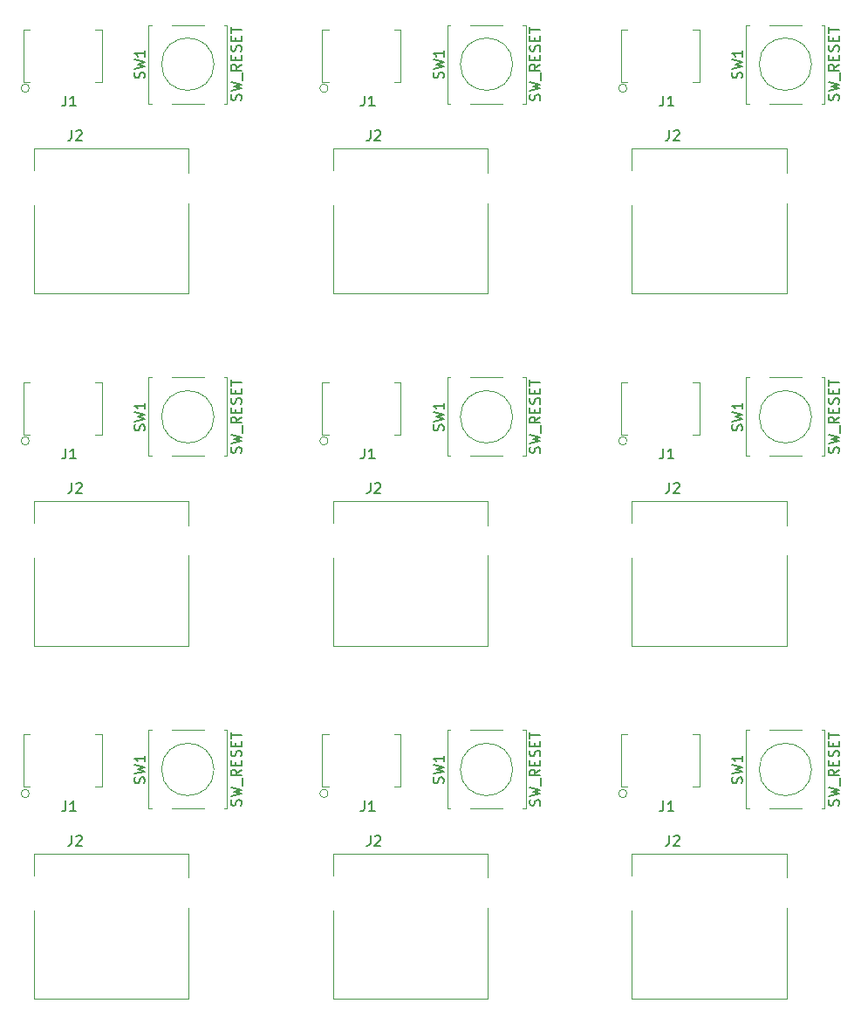
<source format=gto>
G04 #@! TF.GenerationSoftware,KiCad,Pcbnew,(5.0.1)-4*
G04 #@! TF.CreationDate,2019-01-31T17:22:40-08:00*
G04 #@! TF.ProjectId,programing_adapter,70726F6772616D696E675F6164617074,rev?*
G04 #@! TF.SameCoordinates,Original*
G04 #@! TF.FileFunction,Legend,Top*
G04 #@! TF.FilePolarity,Positive*
%FSLAX46Y46*%
G04 Gerber Fmt 4.6, Leading zero omitted, Abs format (unit mm)*
G04 Created by KiCad (PCBNEW (5.0.1)-4) date 1/31/2019 5:22:40 PM*
%MOMM*%
%LPD*%
G01*
G04 APERTURE LIST*
%ADD10C,0.120000*%
%ADD11C,0.100000*%
%ADD12C,0.150000*%
G04 APERTURE END LIST*
D10*
G04 #@! TO.C,SW1*
X194740000Y-153500000D02*
X194740000Y-145880000D01*
X194740000Y-145880000D02*
X195040000Y-145880000D01*
X202360000Y-145880000D02*
X202360000Y-153500000D01*
X194740000Y-153500000D02*
X195040000Y-153500000D01*
X196980000Y-145880000D02*
X200120000Y-145880000D01*
X196980000Y-153500000D02*
X200120000Y-153500000D01*
X202060000Y-145880000D02*
X202360000Y-145880000D01*
X202060000Y-153500000D02*
X202360000Y-153500000D01*
X201090000Y-149690000D02*
G75*
G03X201090000Y-149690000I-2540000J0D01*
G01*
X165740000Y-153500000D02*
X165740000Y-145880000D01*
X165740000Y-145880000D02*
X166040000Y-145880000D01*
X173360000Y-145880000D02*
X173360000Y-153500000D01*
X165740000Y-153500000D02*
X166040000Y-153500000D01*
X167980000Y-145880000D02*
X171120000Y-145880000D01*
X167980000Y-153500000D02*
X171120000Y-153500000D01*
X173060000Y-145880000D02*
X173360000Y-145880000D01*
X173060000Y-153500000D02*
X173360000Y-153500000D01*
X172090000Y-149690000D02*
G75*
G03X172090000Y-149690000I-2540000J0D01*
G01*
X136740000Y-153500000D02*
X136740000Y-145880000D01*
X136740000Y-145880000D02*
X137040000Y-145880000D01*
X144360000Y-145880000D02*
X144360000Y-153500000D01*
X136740000Y-153500000D02*
X137040000Y-153500000D01*
X138980000Y-145880000D02*
X142120000Y-145880000D01*
X138980000Y-153500000D02*
X142120000Y-153500000D01*
X144060000Y-145880000D02*
X144360000Y-145880000D01*
X144060000Y-153500000D02*
X144360000Y-153500000D01*
X143090000Y-149690000D02*
G75*
G03X143090000Y-149690000I-2540000J0D01*
G01*
X194740000Y-119300000D02*
X194740000Y-111680000D01*
X194740000Y-111680000D02*
X195040000Y-111680000D01*
X202360000Y-111680000D02*
X202360000Y-119300000D01*
X194740000Y-119300000D02*
X195040000Y-119300000D01*
X196980000Y-111680000D02*
X200120000Y-111680000D01*
X196980000Y-119300000D02*
X200120000Y-119300000D01*
X202060000Y-111680000D02*
X202360000Y-111680000D01*
X202060000Y-119300000D02*
X202360000Y-119300000D01*
X201090000Y-115490000D02*
G75*
G03X201090000Y-115490000I-2540000J0D01*
G01*
X165740000Y-119300000D02*
X165740000Y-111680000D01*
X165740000Y-111680000D02*
X166040000Y-111680000D01*
X173360000Y-111680000D02*
X173360000Y-119300000D01*
X165740000Y-119300000D02*
X166040000Y-119300000D01*
X167980000Y-111680000D02*
X171120000Y-111680000D01*
X167980000Y-119300000D02*
X171120000Y-119300000D01*
X173060000Y-111680000D02*
X173360000Y-111680000D01*
X173060000Y-119300000D02*
X173360000Y-119300000D01*
X172090000Y-115490000D02*
G75*
G03X172090000Y-115490000I-2540000J0D01*
G01*
X136740000Y-119300000D02*
X136740000Y-111680000D01*
X136740000Y-111680000D02*
X137040000Y-111680000D01*
X144360000Y-111680000D02*
X144360000Y-119300000D01*
X136740000Y-119300000D02*
X137040000Y-119300000D01*
X138980000Y-111680000D02*
X142120000Y-111680000D01*
X138980000Y-119300000D02*
X142120000Y-119300000D01*
X144060000Y-111680000D02*
X144360000Y-111680000D01*
X144060000Y-119300000D02*
X144360000Y-119300000D01*
X143090000Y-115490000D02*
G75*
G03X143090000Y-115490000I-2540000J0D01*
G01*
X194740000Y-85100000D02*
X194740000Y-77480000D01*
X194740000Y-77480000D02*
X195040000Y-77480000D01*
X202360000Y-77480000D02*
X202360000Y-85100000D01*
X194740000Y-85100000D02*
X195040000Y-85100000D01*
X196980000Y-77480000D02*
X200120000Y-77480000D01*
X196980000Y-85100000D02*
X200120000Y-85100000D01*
X202060000Y-77480000D02*
X202360000Y-77480000D01*
X202060000Y-85100000D02*
X202360000Y-85100000D01*
X201090000Y-81290000D02*
G75*
G03X201090000Y-81290000I-2540000J0D01*
G01*
X165740000Y-85100000D02*
X165740000Y-77480000D01*
X165740000Y-77480000D02*
X166040000Y-77480000D01*
X173360000Y-77480000D02*
X173360000Y-85100000D01*
X165740000Y-85100000D02*
X166040000Y-85100000D01*
X167980000Y-77480000D02*
X171120000Y-77480000D01*
X167980000Y-85100000D02*
X171120000Y-85100000D01*
X173060000Y-77480000D02*
X173360000Y-77480000D01*
X173060000Y-85100000D02*
X173360000Y-85100000D01*
X172090000Y-81290000D02*
G75*
G03X172090000Y-81290000I-2540000J0D01*
G01*
G04 #@! TO.C,J2*
X198655001Y-157865001D02*
X198655001Y-160195001D01*
X183665001Y-157865001D02*
X183665001Y-159985001D01*
X198655001Y-157865001D02*
X183665001Y-157865001D01*
X198655001Y-171955001D02*
X183665001Y-171955001D01*
X198655001Y-163155001D02*
X198655001Y-171955001D01*
X183665001Y-163355001D02*
X183665001Y-171955001D01*
X169655001Y-157865001D02*
X169655001Y-160195001D01*
X154665001Y-157865001D02*
X154665001Y-159985001D01*
X169655001Y-157865001D02*
X154665001Y-157865001D01*
X169655001Y-171955001D02*
X154665001Y-171955001D01*
X169655001Y-163155001D02*
X169655001Y-171955001D01*
X154665001Y-163355001D02*
X154665001Y-171955001D01*
X140655001Y-157865001D02*
X140655001Y-160195001D01*
X125665001Y-157865001D02*
X125665001Y-159985001D01*
X140655001Y-157865001D02*
X125665001Y-157865001D01*
X140655001Y-171955001D02*
X125665001Y-171955001D01*
X140655001Y-163155001D02*
X140655001Y-171955001D01*
X125665001Y-163355001D02*
X125665001Y-171955001D01*
X198655001Y-123665001D02*
X198655001Y-125995001D01*
X183665001Y-123665001D02*
X183665001Y-125785001D01*
X198655001Y-123665001D02*
X183665001Y-123665001D01*
X198655001Y-137755001D02*
X183665001Y-137755001D01*
X198655001Y-128955001D02*
X198655001Y-137755001D01*
X183665001Y-129155001D02*
X183665001Y-137755001D01*
X169655001Y-123665001D02*
X169655001Y-125995001D01*
X154665001Y-123665001D02*
X154665001Y-125785001D01*
X169655001Y-123665001D02*
X154665001Y-123665001D01*
X169655001Y-137755001D02*
X154665001Y-137755001D01*
X169655001Y-128955001D02*
X169655001Y-137755001D01*
X154665001Y-129155001D02*
X154665001Y-137755001D01*
X140655001Y-123665001D02*
X140655001Y-125995001D01*
X125665001Y-123665001D02*
X125665001Y-125785001D01*
X140655001Y-123665001D02*
X125665001Y-123665001D01*
X140655001Y-137755001D02*
X125665001Y-137755001D01*
X140655001Y-128955001D02*
X140655001Y-137755001D01*
X125665001Y-129155001D02*
X125665001Y-137755001D01*
X198655001Y-89465001D02*
X198655001Y-91795001D01*
X183665001Y-89465001D02*
X183665001Y-91585001D01*
X198655001Y-89465001D02*
X183665001Y-89465001D01*
X198655001Y-103555001D02*
X183665001Y-103555001D01*
X198655001Y-94755001D02*
X198655001Y-103555001D01*
X183665001Y-94955001D02*
X183665001Y-103555001D01*
X169655001Y-89465001D02*
X169655001Y-91795001D01*
X154665001Y-89465001D02*
X154665001Y-91585001D01*
X169655001Y-89465001D02*
X154665001Y-89465001D01*
X169655001Y-103555001D02*
X154665001Y-103555001D01*
X169655001Y-94755001D02*
X169655001Y-103555001D01*
X154665001Y-94955001D02*
X154665001Y-103555001D01*
D11*
G04 #@! TO.C,J1*
X183171609Y-152022000D02*
G75*
G03X183171609Y-152022000I-401609J0D01*
G01*
X182600000Y-151390000D02*
X183235000Y-151390000D01*
X182600000Y-146310000D02*
X182600000Y-151390000D01*
X183235000Y-146310000D02*
X182600000Y-146310000D01*
X190220000Y-146310000D02*
X189585000Y-146310000D01*
X190220000Y-151390000D02*
X190220000Y-146310000D01*
X189585000Y-151390000D02*
X190220000Y-151390000D01*
X154171609Y-152022000D02*
G75*
G03X154171609Y-152022000I-401609J0D01*
G01*
X153600000Y-151390000D02*
X154235000Y-151390000D01*
X153600000Y-146310000D02*
X153600000Y-151390000D01*
X154235000Y-146310000D02*
X153600000Y-146310000D01*
X161220000Y-146310000D02*
X160585000Y-146310000D01*
X161220000Y-151390000D02*
X161220000Y-146310000D01*
X160585000Y-151390000D02*
X161220000Y-151390000D01*
X125171609Y-152022000D02*
G75*
G03X125171609Y-152022000I-401609J0D01*
G01*
X124600000Y-151390000D02*
X125235000Y-151390000D01*
X124600000Y-146310000D02*
X124600000Y-151390000D01*
X125235000Y-146310000D02*
X124600000Y-146310000D01*
X132220000Y-146310000D02*
X131585000Y-146310000D01*
X132220000Y-151390000D02*
X132220000Y-146310000D01*
X131585000Y-151390000D02*
X132220000Y-151390000D01*
X183171609Y-117822000D02*
G75*
G03X183171609Y-117822000I-401609J0D01*
G01*
X182600000Y-117190000D02*
X183235000Y-117190000D01*
X182600000Y-112110000D02*
X182600000Y-117190000D01*
X183235000Y-112110000D02*
X182600000Y-112110000D01*
X190220000Y-112110000D02*
X189585000Y-112110000D01*
X190220000Y-117190000D02*
X190220000Y-112110000D01*
X189585000Y-117190000D02*
X190220000Y-117190000D01*
X154171609Y-117822000D02*
G75*
G03X154171609Y-117822000I-401609J0D01*
G01*
X153600000Y-117190000D02*
X154235000Y-117190000D01*
X153600000Y-112110000D02*
X153600000Y-117190000D01*
X154235000Y-112110000D02*
X153600000Y-112110000D01*
X161220000Y-112110000D02*
X160585000Y-112110000D01*
X161220000Y-117190000D02*
X161220000Y-112110000D01*
X160585000Y-117190000D02*
X161220000Y-117190000D01*
X125171609Y-117822000D02*
G75*
G03X125171609Y-117822000I-401609J0D01*
G01*
X124600000Y-117190000D02*
X125235000Y-117190000D01*
X124600000Y-112110000D02*
X124600000Y-117190000D01*
X125235000Y-112110000D02*
X124600000Y-112110000D01*
X132220000Y-112110000D02*
X131585000Y-112110000D01*
X132220000Y-117190000D02*
X132220000Y-112110000D01*
X131585000Y-117190000D02*
X132220000Y-117190000D01*
X183171609Y-83622000D02*
G75*
G03X183171609Y-83622000I-401609J0D01*
G01*
X182600000Y-82990000D02*
X183235000Y-82990000D01*
X182600000Y-77910000D02*
X182600000Y-82990000D01*
X183235000Y-77910000D02*
X182600000Y-77910000D01*
X190220000Y-77910000D02*
X189585000Y-77910000D01*
X190220000Y-82990000D02*
X190220000Y-77910000D01*
X189585000Y-82990000D02*
X190220000Y-82990000D01*
X154171609Y-83622000D02*
G75*
G03X154171609Y-83622000I-401609J0D01*
G01*
X153600000Y-82990000D02*
X154235000Y-82990000D01*
X153600000Y-77910000D02*
X153600000Y-82990000D01*
X154235000Y-77910000D02*
X153600000Y-77910000D01*
X161220000Y-77910000D02*
X160585000Y-77910000D01*
X161220000Y-82990000D02*
X161220000Y-77910000D01*
X160585000Y-82990000D02*
X161220000Y-82990000D01*
X131585000Y-82990000D02*
X132220000Y-82990000D01*
X132220000Y-82990000D02*
X132220000Y-77910000D01*
X132220000Y-77910000D02*
X131585000Y-77910000D01*
X125235000Y-77910000D02*
X124600000Y-77910000D01*
X124600000Y-77910000D02*
X124600000Y-82990000D01*
X124600000Y-82990000D02*
X125235000Y-82990000D01*
X125171609Y-83622000D02*
G75*
G03X125171609Y-83622000I-401609J0D01*
G01*
D10*
G04 #@! TO.C,J2*
X125665001Y-94955001D02*
X125665001Y-103555001D01*
X140655001Y-94755001D02*
X140655001Y-103555001D01*
X140655001Y-103555001D02*
X125665001Y-103555001D01*
X140655001Y-89465001D02*
X125665001Y-89465001D01*
X125665001Y-89465001D02*
X125665001Y-91585001D01*
X140655001Y-89465001D02*
X140655001Y-91795001D01*
G04 #@! TO.C,SW1*
X143090000Y-81290000D02*
G75*
G03X143090000Y-81290000I-2540000J0D01*
G01*
X144060000Y-85100000D02*
X144360000Y-85100000D01*
X144060000Y-77480000D02*
X144360000Y-77480000D01*
X138980000Y-85100000D02*
X142120000Y-85100000D01*
X138980000Y-77480000D02*
X142120000Y-77480000D01*
X136740000Y-85100000D02*
X137040000Y-85100000D01*
X144360000Y-77480000D02*
X144360000Y-85100000D01*
X136740000Y-77480000D02*
X137040000Y-77480000D01*
X136740000Y-85100000D02*
X136740000Y-77480000D01*
D12*
X194334761Y-151023333D02*
X194382380Y-150880476D01*
X194382380Y-150642380D01*
X194334761Y-150547142D01*
X194287142Y-150499523D01*
X194191904Y-150451904D01*
X194096666Y-150451904D01*
X194001428Y-150499523D01*
X193953809Y-150547142D01*
X193906190Y-150642380D01*
X193858571Y-150832857D01*
X193810952Y-150928095D01*
X193763333Y-150975714D01*
X193668095Y-151023333D01*
X193572857Y-151023333D01*
X193477619Y-150975714D01*
X193430000Y-150928095D01*
X193382380Y-150832857D01*
X193382380Y-150594761D01*
X193430000Y-150451904D01*
X193382380Y-150118571D02*
X194382380Y-149880476D01*
X193668095Y-149690000D01*
X194382380Y-149499523D01*
X193382380Y-149261428D01*
X194382380Y-148356666D02*
X194382380Y-148928095D01*
X194382380Y-148642380D02*
X193382380Y-148642380D01*
X193525238Y-148737619D01*
X193620476Y-148832857D01*
X193668095Y-148928095D01*
X203694761Y-153190000D02*
X203742380Y-153047142D01*
X203742380Y-152809047D01*
X203694761Y-152713809D01*
X203647142Y-152666190D01*
X203551904Y-152618571D01*
X203456666Y-152618571D01*
X203361428Y-152666190D01*
X203313809Y-152713809D01*
X203266190Y-152809047D01*
X203218571Y-152999523D01*
X203170952Y-153094761D01*
X203123333Y-153142380D01*
X203028095Y-153190000D01*
X202932857Y-153190000D01*
X202837619Y-153142380D01*
X202790000Y-153094761D01*
X202742380Y-152999523D01*
X202742380Y-152761428D01*
X202790000Y-152618571D01*
X202742380Y-152285238D02*
X203742380Y-152047142D01*
X203028095Y-151856666D01*
X203742380Y-151666190D01*
X202742380Y-151428095D01*
X203837619Y-151285238D02*
X203837619Y-150523333D01*
X203742380Y-149713809D02*
X203266190Y-150047142D01*
X203742380Y-150285238D02*
X202742380Y-150285238D01*
X202742380Y-149904285D01*
X202790000Y-149809047D01*
X202837619Y-149761428D01*
X202932857Y-149713809D01*
X203075714Y-149713809D01*
X203170952Y-149761428D01*
X203218571Y-149809047D01*
X203266190Y-149904285D01*
X203266190Y-150285238D01*
X203218571Y-149285238D02*
X203218571Y-148951904D01*
X203742380Y-148809047D02*
X203742380Y-149285238D01*
X202742380Y-149285238D01*
X202742380Y-148809047D01*
X203694761Y-148428095D02*
X203742380Y-148285238D01*
X203742380Y-148047142D01*
X203694761Y-147951904D01*
X203647142Y-147904285D01*
X203551904Y-147856666D01*
X203456666Y-147856666D01*
X203361428Y-147904285D01*
X203313809Y-147951904D01*
X203266190Y-148047142D01*
X203218571Y-148237619D01*
X203170952Y-148332857D01*
X203123333Y-148380476D01*
X203028095Y-148428095D01*
X202932857Y-148428095D01*
X202837619Y-148380476D01*
X202790000Y-148332857D01*
X202742380Y-148237619D01*
X202742380Y-147999523D01*
X202790000Y-147856666D01*
X203218571Y-147428095D02*
X203218571Y-147094761D01*
X203742380Y-146951904D02*
X203742380Y-147428095D01*
X202742380Y-147428095D01*
X202742380Y-146951904D01*
X202742380Y-146666190D02*
X202742380Y-146094761D01*
X203742380Y-146380476D02*
X202742380Y-146380476D01*
X165334761Y-151023333D02*
X165382380Y-150880476D01*
X165382380Y-150642380D01*
X165334761Y-150547142D01*
X165287142Y-150499523D01*
X165191904Y-150451904D01*
X165096666Y-150451904D01*
X165001428Y-150499523D01*
X164953809Y-150547142D01*
X164906190Y-150642380D01*
X164858571Y-150832857D01*
X164810952Y-150928095D01*
X164763333Y-150975714D01*
X164668095Y-151023333D01*
X164572857Y-151023333D01*
X164477619Y-150975714D01*
X164430000Y-150928095D01*
X164382380Y-150832857D01*
X164382380Y-150594761D01*
X164430000Y-150451904D01*
X164382380Y-150118571D02*
X165382380Y-149880476D01*
X164668095Y-149690000D01*
X165382380Y-149499523D01*
X164382380Y-149261428D01*
X165382380Y-148356666D02*
X165382380Y-148928095D01*
X165382380Y-148642380D02*
X164382380Y-148642380D01*
X164525238Y-148737619D01*
X164620476Y-148832857D01*
X164668095Y-148928095D01*
X174694761Y-153190000D02*
X174742380Y-153047142D01*
X174742380Y-152809047D01*
X174694761Y-152713809D01*
X174647142Y-152666190D01*
X174551904Y-152618571D01*
X174456666Y-152618571D01*
X174361428Y-152666190D01*
X174313809Y-152713809D01*
X174266190Y-152809047D01*
X174218571Y-152999523D01*
X174170952Y-153094761D01*
X174123333Y-153142380D01*
X174028095Y-153190000D01*
X173932857Y-153190000D01*
X173837619Y-153142380D01*
X173790000Y-153094761D01*
X173742380Y-152999523D01*
X173742380Y-152761428D01*
X173790000Y-152618571D01*
X173742380Y-152285238D02*
X174742380Y-152047142D01*
X174028095Y-151856666D01*
X174742380Y-151666190D01*
X173742380Y-151428095D01*
X174837619Y-151285238D02*
X174837619Y-150523333D01*
X174742380Y-149713809D02*
X174266190Y-150047142D01*
X174742380Y-150285238D02*
X173742380Y-150285238D01*
X173742380Y-149904285D01*
X173790000Y-149809047D01*
X173837619Y-149761428D01*
X173932857Y-149713809D01*
X174075714Y-149713809D01*
X174170952Y-149761428D01*
X174218571Y-149809047D01*
X174266190Y-149904285D01*
X174266190Y-150285238D01*
X174218571Y-149285238D02*
X174218571Y-148951904D01*
X174742380Y-148809047D02*
X174742380Y-149285238D01*
X173742380Y-149285238D01*
X173742380Y-148809047D01*
X174694761Y-148428095D02*
X174742380Y-148285238D01*
X174742380Y-148047142D01*
X174694761Y-147951904D01*
X174647142Y-147904285D01*
X174551904Y-147856666D01*
X174456666Y-147856666D01*
X174361428Y-147904285D01*
X174313809Y-147951904D01*
X174266190Y-148047142D01*
X174218571Y-148237619D01*
X174170952Y-148332857D01*
X174123333Y-148380476D01*
X174028095Y-148428095D01*
X173932857Y-148428095D01*
X173837619Y-148380476D01*
X173790000Y-148332857D01*
X173742380Y-148237619D01*
X173742380Y-147999523D01*
X173790000Y-147856666D01*
X174218571Y-147428095D02*
X174218571Y-147094761D01*
X174742380Y-146951904D02*
X174742380Y-147428095D01*
X173742380Y-147428095D01*
X173742380Y-146951904D01*
X173742380Y-146666190D02*
X173742380Y-146094761D01*
X174742380Y-146380476D02*
X173742380Y-146380476D01*
X136334761Y-151023333D02*
X136382380Y-150880476D01*
X136382380Y-150642380D01*
X136334761Y-150547142D01*
X136287142Y-150499523D01*
X136191904Y-150451904D01*
X136096666Y-150451904D01*
X136001428Y-150499523D01*
X135953809Y-150547142D01*
X135906190Y-150642380D01*
X135858571Y-150832857D01*
X135810952Y-150928095D01*
X135763333Y-150975714D01*
X135668095Y-151023333D01*
X135572857Y-151023333D01*
X135477619Y-150975714D01*
X135430000Y-150928095D01*
X135382380Y-150832857D01*
X135382380Y-150594761D01*
X135430000Y-150451904D01*
X135382380Y-150118571D02*
X136382380Y-149880476D01*
X135668095Y-149690000D01*
X136382380Y-149499523D01*
X135382380Y-149261428D01*
X136382380Y-148356666D02*
X136382380Y-148928095D01*
X136382380Y-148642380D02*
X135382380Y-148642380D01*
X135525238Y-148737619D01*
X135620476Y-148832857D01*
X135668095Y-148928095D01*
X145694761Y-153190000D02*
X145742380Y-153047142D01*
X145742380Y-152809047D01*
X145694761Y-152713809D01*
X145647142Y-152666190D01*
X145551904Y-152618571D01*
X145456666Y-152618571D01*
X145361428Y-152666190D01*
X145313809Y-152713809D01*
X145266190Y-152809047D01*
X145218571Y-152999523D01*
X145170952Y-153094761D01*
X145123333Y-153142380D01*
X145028095Y-153190000D01*
X144932857Y-153190000D01*
X144837619Y-153142380D01*
X144790000Y-153094761D01*
X144742380Y-152999523D01*
X144742380Y-152761428D01*
X144790000Y-152618571D01*
X144742380Y-152285238D02*
X145742380Y-152047142D01*
X145028095Y-151856666D01*
X145742380Y-151666190D01*
X144742380Y-151428095D01*
X145837619Y-151285238D02*
X145837619Y-150523333D01*
X145742380Y-149713809D02*
X145266190Y-150047142D01*
X145742380Y-150285238D02*
X144742380Y-150285238D01*
X144742380Y-149904285D01*
X144790000Y-149809047D01*
X144837619Y-149761428D01*
X144932857Y-149713809D01*
X145075714Y-149713809D01*
X145170952Y-149761428D01*
X145218571Y-149809047D01*
X145266190Y-149904285D01*
X145266190Y-150285238D01*
X145218571Y-149285238D02*
X145218571Y-148951904D01*
X145742380Y-148809047D02*
X145742380Y-149285238D01*
X144742380Y-149285238D01*
X144742380Y-148809047D01*
X145694761Y-148428095D02*
X145742380Y-148285238D01*
X145742380Y-148047142D01*
X145694761Y-147951904D01*
X145647142Y-147904285D01*
X145551904Y-147856666D01*
X145456666Y-147856666D01*
X145361428Y-147904285D01*
X145313809Y-147951904D01*
X145266190Y-148047142D01*
X145218571Y-148237619D01*
X145170952Y-148332857D01*
X145123333Y-148380476D01*
X145028095Y-148428095D01*
X144932857Y-148428095D01*
X144837619Y-148380476D01*
X144790000Y-148332857D01*
X144742380Y-148237619D01*
X144742380Y-147999523D01*
X144790000Y-147856666D01*
X145218571Y-147428095D02*
X145218571Y-147094761D01*
X145742380Y-146951904D02*
X145742380Y-147428095D01*
X144742380Y-147428095D01*
X144742380Y-146951904D01*
X144742380Y-146666190D02*
X144742380Y-146094761D01*
X145742380Y-146380476D02*
X144742380Y-146380476D01*
X194334761Y-116823333D02*
X194382380Y-116680476D01*
X194382380Y-116442380D01*
X194334761Y-116347142D01*
X194287142Y-116299523D01*
X194191904Y-116251904D01*
X194096666Y-116251904D01*
X194001428Y-116299523D01*
X193953809Y-116347142D01*
X193906190Y-116442380D01*
X193858571Y-116632857D01*
X193810952Y-116728095D01*
X193763333Y-116775714D01*
X193668095Y-116823333D01*
X193572857Y-116823333D01*
X193477619Y-116775714D01*
X193430000Y-116728095D01*
X193382380Y-116632857D01*
X193382380Y-116394761D01*
X193430000Y-116251904D01*
X193382380Y-115918571D02*
X194382380Y-115680476D01*
X193668095Y-115490000D01*
X194382380Y-115299523D01*
X193382380Y-115061428D01*
X194382380Y-114156666D02*
X194382380Y-114728095D01*
X194382380Y-114442380D02*
X193382380Y-114442380D01*
X193525238Y-114537619D01*
X193620476Y-114632857D01*
X193668095Y-114728095D01*
X203694761Y-118990000D02*
X203742380Y-118847142D01*
X203742380Y-118609047D01*
X203694761Y-118513809D01*
X203647142Y-118466190D01*
X203551904Y-118418571D01*
X203456666Y-118418571D01*
X203361428Y-118466190D01*
X203313809Y-118513809D01*
X203266190Y-118609047D01*
X203218571Y-118799523D01*
X203170952Y-118894761D01*
X203123333Y-118942380D01*
X203028095Y-118990000D01*
X202932857Y-118990000D01*
X202837619Y-118942380D01*
X202790000Y-118894761D01*
X202742380Y-118799523D01*
X202742380Y-118561428D01*
X202790000Y-118418571D01*
X202742380Y-118085238D02*
X203742380Y-117847142D01*
X203028095Y-117656666D01*
X203742380Y-117466190D01*
X202742380Y-117228095D01*
X203837619Y-117085238D02*
X203837619Y-116323333D01*
X203742380Y-115513809D02*
X203266190Y-115847142D01*
X203742380Y-116085238D02*
X202742380Y-116085238D01*
X202742380Y-115704285D01*
X202790000Y-115609047D01*
X202837619Y-115561428D01*
X202932857Y-115513809D01*
X203075714Y-115513809D01*
X203170952Y-115561428D01*
X203218571Y-115609047D01*
X203266190Y-115704285D01*
X203266190Y-116085238D01*
X203218571Y-115085238D02*
X203218571Y-114751904D01*
X203742380Y-114609047D02*
X203742380Y-115085238D01*
X202742380Y-115085238D01*
X202742380Y-114609047D01*
X203694761Y-114228095D02*
X203742380Y-114085238D01*
X203742380Y-113847142D01*
X203694761Y-113751904D01*
X203647142Y-113704285D01*
X203551904Y-113656666D01*
X203456666Y-113656666D01*
X203361428Y-113704285D01*
X203313809Y-113751904D01*
X203266190Y-113847142D01*
X203218571Y-114037619D01*
X203170952Y-114132857D01*
X203123333Y-114180476D01*
X203028095Y-114228095D01*
X202932857Y-114228095D01*
X202837619Y-114180476D01*
X202790000Y-114132857D01*
X202742380Y-114037619D01*
X202742380Y-113799523D01*
X202790000Y-113656666D01*
X203218571Y-113228095D02*
X203218571Y-112894761D01*
X203742380Y-112751904D02*
X203742380Y-113228095D01*
X202742380Y-113228095D01*
X202742380Y-112751904D01*
X202742380Y-112466190D02*
X202742380Y-111894761D01*
X203742380Y-112180476D02*
X202742380Y-112180476D01*
X165334761Y-116823333D02*
X165382380Y-116680476D01*
X165382380Y-116442380D01*
X165334761Y-116347142D01*
X165287142Y-116299523D01*
X165191904Y-116251904D01*
X165096666Y-116251904D01*
X165001428Y-116299523D01*
X164953809Y-116347142D01*
X164906190Y-116442380D01*
X164858571Y-116632857D01*
X164810952Y-116728095D01*
X164763333Y-116775714D01*
X164668095Y-116823333D01*
X164572857Y-116823333D01*
X164477619Y-116775714D01*
X164430000Y-116728095D01*
X164382380Y-116632857D01*
X164382380Y-116394761D01*
X164430000Y-116251904D01*
X164382380Y-115918571D02*
X165382380Y-115680476D01*
X164668095Y-115490000D01*
X165382380Y-115299523D01*
X164382380Y-115061428D01*
X165382380Y-114156666D02*
X165382380Y-114728095D01*
X165382380Y-114442380D02*
X164382380Y-114442380D01*
X164525238Y-114537619D01*
X164620476Y-114632857D01*
X164668095Y-114728095D01*
X174694761Y-118990000D02*
X174742380Y-118847142D01*
X174742380Y-118609047D01*
X174694761Y-118513809D01*
X174647142Y-118466190D01*
X174551904Y-118418571D01*
X174456666Y-118418571D01*
X174361428Y-118466190D01*
X174313809Y-118513809D01*
X174266190Y-118609047D01*
X174218571Y-118799523D01*
X174170952Y-118894761D01*
X174123333Y-118942380D01*
X174028095Y-118990000D01*
X173932857Y-118990000D01*
X173837619Y-118942380D01*
X173790000Y-118894761D01*
X173742380Y-118799523D01*
X173742380Y-118561428D01*
X173790000Y-118418571D01*
X173742380Y-118085238D02*
X174742380Y-117847142D01*
X174028095Y-117656666D01*
X174742380Y-117466190D01*
X173742380Y-117228095D01*
X174837619Y-117085238D02*
X174837619Y-116323333D01*
X174742380Y-115513809D02*
X174266190Y-115847142D01*
X174742380Y-116085238D02*
X173742380Y-116085238D01*
X173742380Y-115704285D01*
X173790000Y-115609047D01*
X173837619Y-115561428D01*
X173932857Y-115513809D01*
X174075714Y-115513809D01*
X174170952Y-115561428D01*
X174218571Y-115609047D01*
X174266190Y-115704285D01*
X174266190Y-116085238D01*
X174218571Y-115085238D02*
X174218571Y-114751904D01*
X174742380Y-114609047D02*
X174742380Y-115085238D01*
X173742380Y-115085238D01*
X173742380Y-114609047D01*
X174694761Y-114228095D02*
X174742380Y-114085238D01*
X174742380Y-113847142D01*
X174694761Y-113751904D01*
X174647142Y-113704285D01*
X174551904Y-113656666D01*
X174456666Y-113656666D01*
X174361428Y-113704285D01*
X174313809Y-113751904D01*
X174266190Y-113847142D01*
X174218571Y-114037619D01*
X174170952Y-114132857D01*
X174123333Y-114180476D01*
X174028095Y-114228095D01*
X173932857Y-114228095D01*
X173837619Y-114180476D01*
X173790000Y-114132857D01*
X173742380Y-114037619D01*
X173742380Y-113799523D01*
X173790000Y-113656666D01*
X174218571Y-113228095D02*
X174218571Y-112894761D01*
X174742380Y-112751904D02*
X174742380Y-113228095D01*
X173742380Y-113228095D01*
X173742380Y-112751904D01*
X173742380Y-112466190D02*
X173742380Y-111894761D01*
X174742380Y-112180476D02*
X173742380Y-112180476D01*
X136334761Y-116823333D02*
X136382380Y-116680476D01*
X136382380Y-116442380D01*
X136334761Y-116347142D01*
X136287142Y-116299523D01*
X136191904Y-116251904D01*
X136096666Y-116251904D01*
X136001428Y-116299523D01*
X135953809Y-116347142D01*
X135906190Y-116442380D01*
X135858571Y-116632857D01*
X135810952Y-116728095D01*
X135763333Y-116775714D01*
X135668095Y-116823333D01*
X135572857Y-116823333D01*
X135477619Y-116775714D01*
X135430000Y-116728095D01*
X135382380Y-116632857D01*
X135382380Y-116394761D01*
X135430000Y-116251904D01*
X135382380Y-115918571D02*
X136382380Y-115680476D01*
X135668095Y-115490000D01*
X136382380Y-115299523D01*
X135382380Y-115061428D01*
X136382380Y-114156666D02*
X136382380Y-114728095D01*
X136382380Y-114442380D02*
X135382380Y-114442380D01*
X135525238Y-114537619D01*
X135620476Y-114632857D01*
X135668095Y-114728095D01*
X145694761Y-118990000D02*
X145742380Y-118847142D01*
X145742380Y-118609047D01*
X145694761Y-118513809D01*
X145647142Y-118466190D01*
X145551904Y-118418571D01*
X145456666Y-118418571D01*
X145361428Y-118466190D01*
X145313809Y-118513809D01*
X145266190Y-118609047D01*
X145218571Y-118799523D01*
X145170952Y-118894761D01*
X145123333Y-118942380D01*
X145028095Y-118990000D01*
X144932857Y-118990000D01*
X144837619Y-118942380D01*
X144790000Y-118894761D01*
X144742380Y-118799523D01*
X144742380Y-118561428D01*
X144790000Y-118418571D01*
X144742380Y-118085238D02*
X145742380Y-117847142D01*
X145028095Y-117656666D01*
X145742380Y-117466190D01*
X144742380Y-117228095D01*
X145837619Y-117085238D02*
X145837619Y-116323333D01*
X145742380Y-115513809D02*
X145266190Y-115847142D01*
X145742380Y-116085238D02*
X144742380Y-116085238D01*
X144742380Y-115704285D01*
X144790000Y-115609047D01*
X144837619Y-115561428D01*
X144932857Y-115513809D01*
X145075714Y-115513809D01*
X145170952Y-115561428D01*
X145218571Y-115609047D01*
X145266190Y-115704285D01*
X145266190Y-116085238D01*
X145218571Y-115085238D02*
X145218571Y-114751904D01*
X145742380Y-114609047D02*
X145742380Y-115085238D01*
X144742380Y-115085238D01*
X144742380Y-114609047D01*
X145694761Y-114228095D02*
X145742380Y-114085238D01*
X145742380Y-113847142D01*
X145694761Y-113751904D01*
X145647142Y-113704285D01*
X145551904Y-113656666D01*
X145456666Y-113656666D01*
X145361428Y-113704285D01*
X145313809Y-113751904D01*
X145266190Y-113847142D01*
X145218571Y-114037619D01*
X145170952Y-114132857D01*
X145123333Y-114180476D01*
X145028095Y-114228095D01*
X144932857Y-114228095D01*
X144837619Y-114180476D01*
X144790000Y-114132857D01*
X144742380Y-114037619D01*
X144742380Y-113799523D01*
X144790000Y-113656666D01*
X145218571Y-113228095D02*
X145218571Y-112894761D01*
X145742380Y-112751904D02*
X145742380Y-113228095D01*
X144742380Y-113228095D01*
X144742380Y-112751904D01*
X144742380Y-112466190D02*
X144742380Y-111894761D01*
X145742380Y-112180476D02*
X144742380Y-112180476D01*
X194334761Y-82623333D02*
X194382380Y-82480476D01*
X194382380Y-82242380D01*
X194334761Y-82147142D01*
X194287142Y-82099523D01*
X194191904Y-82051904D01*
X194096666Y-82051904D01*
X194001428Y-82099523D01*
X193953809Y-82147142D01*
X193906190Y-82242380D01*
X193858571Y-82432857D01*
X193810952Y-82528095D01*
X193763333Y-82575714D01*
X193668095Y-82623333D01*
X193572857Y-82623333D01*
X193477619Y-82575714D01*
X193430000Y-82528095D01*
X193382380Y-82432857D01*
X193382380Y-82194761D01*
X193430000Y-82051904D01*
X193382380Y-81718571D02*
X194382380Y-81480476D01*
X193668095Y-81290000D01*
X194382380Y-81099523D01*
X193382380Y-80861428D01*
X194382380Y-79956666D02*
X194382380Y-80528095D01*
X194382380Y-80242380D02*
X193382380Y-80242380D01*
X193525238Y-80337619D01*
X193620476Y-80432857D01*
X193668095Y-80528095D01*
X203694761Y-84790000D02*
X203742380Y-84647142D01*
X203742380Y-84409047D01*
X203694761Y-84313809D01*
X203647142Y-84266190D01*
X203551904Y-84218571D01*
X203456666Y-84218571D01*
X203361428Y-84266190D01*
X203313809Y-84313809D01*
X203266190Y-84409047D01*
X203218571Y-84599523D01*
X203170952Y-84694761D01*
X203123333Y-84742380D01*
X203028095Y-84790000D01*
X202932857Y-84790000D01*
X202837619Y-84742380D01*
X202790000Y-84694761D01*
X202742380Y-84599523D01*
X202742380Y-84361428D01*
X202790000Y-84218571D01*
X202742380Y-83885238D02*
X203742380Y-83647142D01*
X203028095Y-83456666D01*
X203742380Y-83266190D01*
X202742380Y-83028095D01*
X203837619Y-82885238D02*
X203837619Y-82123333D01*
X203742380Y-81313809D02*
X203266190Y-81647142D01*
X203742380Y-81885238D02*
X202742380Y-81885238D01*
X202742380Y-81504285D01*
X202790000Y-81409047D01*
X202837619Y-81361428D01*
X202932857Y-81313809D01*
X203075714Y-81313809D01*
X203170952Y-81361428D01*
X203218571Y-81409047D01*
X203266190Y-81504285D01*
X203266190Y-81885238D01*
X203218571Y-80885238D02*
X203218571Y-80551904D01*
X203742380Y-80409047D02*
X203742380Y-80885238D01*
X202742380Y-80885238D01*
X202742380Y-80409047D01*
X203694761Y-80028095D02*
X203742380Y-79885238D01*
X203742380Y-79647142D01*
X203694761Y-79551904D01*
X203647142Y-79504285D01*
X203551904Y-79456666D01*
X203456666Y-79456666D01*
X203361428Y-79504285D01*
X203313809Y-79551904D01*
X203266190Y-79647142D01*
X203218571Y-79837619D01*
X203170952Y-79932857D01*
X203123333Y-79980476D01*
X203028095Y-80028095D01*
X202932857Y-80028095D01*
X202837619Y-79980476D01*
X202790000Y-79932857D01*
X202742380Y-79837619D01*
X202742380Y-79599523D01*
X202790000Y-79456666D01*
X203218571Y-79028095D02*
X203218571Y-78694761D01*
X203742380Y-78551904D02*
X203742380Y-79028095D01*
X202742380Y-79028095D01*
X202742380Y-78551904D01*
X202742380Y-78266190D02*
X202742380Y-77694761D01*
X203742380Y-77980476D02*
X202742380Y-77980476D01*
X165334761Y-82623333D02*
X165382380Y-82480476D01*
X165382380Y-82242380D01*
X165334761Y-82147142D01*
X165287142Y-82099523D01*
X165191904Y-82051904D01*
X165096666Y-82051904D01*
X165001428Y-82099523D01*
X164953809Y-82147142D01*
X164906190Y-82242380D01*
X164858571Y-82432857D01*
X164810952Y-82528095D01*
X164763333Y-82575714D01*
X164668095Y-82623333D01*
X164572857Y-82623333D01*
X164477619Y-82575714D01*
X164430000Y-82528095D01*
X164382380Y-82432857D01*
X164382380Y-82194761D01*
X164430000Y-82051904D01*
X164382380Y-81718571D02*
X165382380Y-81480476D01*
X164668095Y-81290000D01*
X165382380Y-81099523D01*
X164382380Y-80861428D01*
X165382380Y-79956666D02*
X165382380Y-80528095D01*
X165382380Y-80242380D02*
X164382380Y-80242380D01*
X164525238Y-80337619D01*
X164620476Y-80432857D01*
X164668095Y-80528095D01*
X174694761Y-84790000D02*
X174742380Y-84647142D01*
X174742380Y-84409047D01*
X174694761Y-84313809D01*
X174647142Y-84266190D01*
X174551904Y-84218571D01*
X174456666Y-84218571D01*
X174361428Y-84266190D01*
X174313809Y-84313809D01*
X174266190Y-84409047D01*
X174218571Y-84599523D01*
X174170952Y-84694761D01*
X174123333Y-84742380D01*
X174028095Y-84790000D01*
X173932857Y-84790000D01*
X173837619Y-84742380D01*
X173790000Y-84694761D01*
X173742380Y-84599523D01*
X173742380Y-84361428D01*
X173790000Y-84218571D01*
X173742380Y-83885238D02*
X174742380Y-83647142D01*
X174028095Y-83456666D01*
X174742380Y-83266190D01*
X173742380Y-83028095D01*
X174837619Y-82885238D02*
X174837619Y-82123333D01*
X174742380Y-81313809D02*
X174266190Y-81647142D01*
X174742380Y-81885238D02*
X173742380Y-81885238D01*
X173742380Y-81504285D01*
X173790000Y-81409047D01*
X173837619Y-81361428D01*
X173932857Y-81313809D01*
X174075714Y-81313809D01*
X174170952Y-81361428D01*
X174218571Y-81409047D01*
X174266190Y-81504285D01*
X174266190Y-81885238D01*
X174218571Y-80885238D02*
X174218571Y-80551904D01*
X174742380Y-80409047D02*
X174742380Y-80885238D01*
X173742380Y-80885238D01*
X173742380Y-80409047D01*
X174694761Y-80028095D02*
X174742380Y-79885238D01*
X174742380Y-79647142D01*
X174694761Y-79551904D01*
X174647142Y-79504285D01*
X174551904Y-79456666D01*
X174456666Y-79456666D01*
X174361428Y-79504285D01*
X174313809Y-79551904D01*
X174266190Y-79647142D01*
X174218571Y-79837619D01*
X174170952Y-79932857D01*
X174123333Y-79980476D01*
X174028095Y-80028095D01*
X173932857Y-80028095D01*
X173837619Y-79980476D01*
X173790000Y-79932857D01*
X173742380Y-79837619D01*
X173742380Y-79599523D01*
X173790000Y-79456666D01*
X174218571Y-79028095D02*
X174218571Y-78694761D01*
X174742380Y-78551904D02*
X174742380Y-79028095D01*
X173742380Y-79028095D01*
X173742380Y-78551904D01*
X173742380Y-78266190D02*
X173742380Y-77694761D01*
X174742380Y-77980476D02*
X173742380Y-77980476D01*
G04 #@! TO.C,J2*
X187271667Y-156107381D02*
X187271667Y-156821667D01*
X187224048Y-156964524D01*
X187128810Y-157059762D01*
X186985953Y-157107381D01*
X186890715Y-157107381D01*
X187700239Y-156202620D02*
X187747858Y-156155001D01*
X187843096Y-156107381D01*
X188081191Y-156107381D01*
X188176429Y-156155001D01*
X188224048Y-156202620D01*
X188271667Y-156297858D01*
X188271667Y-156393096D01*
X188224048Y-156535953D01*
X187652620Y-157107381D01*
X188271667Y-157107381D01*
X158271667Y-156107381D02*
X158271667Y-156821667D01*
X158224048Y-156964524D01*
X158128810Y-157059762D01*
X157985953Y-157107381D01*
X157890715Y-157107381D01*
X158700239Y-156202620D02*
X158747858Y-156155001D01*
X158843096Y-156107381D01*
X159081191Y-156107381D01*
X159176429Y-156155001D01*
X159224048Y-156202620D01*
X159271667Y-156297858D01*
X159271667Y-156393096D01*
X159224048Y-156535953D01*
X158652620Y-157107381D01*
X159271667Y-157107381D01*
X129271667Y-156107381D02*
X129271667Y-156821667D01*
X129224048Y-156964524D01*
X129128810Y-157059762D01*
X128985953Y-157107381D01*
X128890715Y-157107381D01*
X129700239Y-156202620D02*
X129747858Y-156155001D01*
X129843096Y-156107381D01*
X130081191Y-156107381D01*
X130176429Y-156155001D01*
X130224048Y-156202620D01*
X130271667Y-156297858D01*
X130271667Y-156393096D01*
X130224048Y-156535953D01*
X129652620Y-157107381D01*
X130271667Y-157107381D01*
X187271667Y-121907381D02*
X187271667Y-122621667D01*
X187224048Y-122764524D01*
X187128810Y-122859762D01*
X186985953Y-122907381D01*
X186890715Y-122907381D01*
X187700239Y-122002620D02*
X187747858Y-121955001D01*
X187843096Y-121907381D01*
X188081191Y-121907381D01*
X188176429Y-121955001D01*
X188224048Y-122002620D01*
X188271667Y-122097858D01*
X188271667Y-122193096D01*
X188224048Y-122335953D01*
X187652620Y-122907381D01*
X188271667Y-122907381D01*
X158271667Y-121907381D02*
X158271667Y-122621667D01*
X158224048Y-122764524D01*
X158128810Y-122859762D01*
X157985953Y-122907381D01*
X157890715Y-122907381D01*
X158700239Y-122002620D02*
X158747858Y-121955001D01*
X158843096Y-121907381D01*
X159081191Y-121907381D01*
X159176429Y-121955001D01*
X159224048Y-122002620D01*
X159271667Y-122097858D01*
X159271667Y-122193096D01*
X159224048Y-122335953D01*
X158652620Y-122907381D01*
X159271667Y-122907381D01*
X129271667Y-121907381D02*
X129271667Y-122621667D01*
X129224048Y-122764524D01*
X129128810Y-122859762D01*
X128985953Y-122907381D01*
X128890715Y-122907381D01*
X129700239Y-122002620D02*
X129747858Y-121955001D01*
X129843096Y-121907381D01*
X130081191Y-121907381D01*
X130176429Y-121955001D01*
X130224048Y-122002620D01*
X130271667Y-122097858D01*
X130271667Y-122193096D01*
X130224048Y-122335953D01*
X129652620Y-122907381D01*
X130271667Y-122907381D01*
X187271667Y-87707381D02*
X187271667Y-88421667D01*
X187224048Y-88564524D01*
X187128810Y-88659762D01*
X186985953Y-88707381D01*
X186890715Y-88707381D01*
X187700239Y-87802620D02*
X187747858Y-87755001D01*
X187843096Y-87707381D01*
X188081191Y-87707381D01*
X188176429Y-87755001D01*
X188224048Y-87802620D01*
X188271667Y-87897858D01*
X188271667Y-87993096D01*
X188224048Y-88135953D01*
X187652620Y-88707381D01*
X188271667Y-88707381D01*
X158271667Y-87707381D02*
X158271667Y-88421667D01*
X158224048Y-88564524D01*
X158128810Y-88659762D01*
X157985953Y-88707381D01*
X157890715Y-88707381D01*
X158700239Y-87802620D02*
X158747858Y-87755001D01*
X158843096Y-87707381D01*
X159081191Y-87707381D01*
X159176429Y-87755001D01*
X159224048Y-87802620D01*
X159271667Y-87897858D01*
X159271667Y-87993096D01*
X159224048Y-88135953D01*
X158652620Y-88707381D01*
X159271667Y-88707381D01*
G04 #@! TO.C,J1*
X186711666Y-152747380D02*
X186711666Y-153461666D01*
X186664047Y-153604523D01*
X186568809Y-153699761D01*
X186425952Y-153747380D01*
X186330714Y-153747380D01*
X187711666Y-153747380D02*
X187140238Y-153747380D01*
X187425952Y-153747380D02*
X187425952Y-152747380D01*
X187330714Y-152890238D01*
X187235476Y-152985476D01*
X187140238Y-153033095D01*
X157711666Y-152747380D02*
X157711666Y-153461666D01*
X157664047Y-153604523D01*
X157568809Y-153699761D01*
X157425952Y-153747380D01*
X157330714Y-153747380D01*
X158711666Y-153747380D02*
X158140238Y-153747380D01*
X158425952Y-153747380D02*
X158425952Y-152747380D01*
X158330714Y-152890238D01*
X158235476Y-152985476D01*
X158140238Y-153033095D01*
X128711666Y-152747380D02*
X128711666Y-153461666D01*
X128664047Y-153604523D01*
X128568809Y-153699761D01*
X128425952Y-153747380D01*
X128330714Y-153747380D01*
X129711666Y-153747380D02*
X129140238Y-153747380D01*
X129425952Y-153747380D02*
X129425952Y-152747380D01*
X129330714Y-152890238D01*
X129235476Y-152985476D01*
X129140238Y-153033095D01*
X186711666Y-118547380D02*
X186711666Y-119261666D01*
X186664047Y-119404523D01*
X186568809Y-119499761D01*
X186425952Y-119547380D01*
X186330714Y-119547380D01*
X187711666Y-119547380D02*
X187140238Y-119547380D01*
X187425952Y-119547380D02*
X187425952Y-118547380D01*
X187330714Y-118690238D01*
X187235476Y-118785476D01*
X187140238Y-118833095D01*
X157711666Y-118547380D02*
X157711666Y-119261666D01*
X157664047Y-119404523D01*
X157568809Y-119499761D01*
X157425952Y-119547380D01*
X157330714Y-119547380D01*
X158711666Y-119547380D02*
X158140238Y-119547380D01*
X158425952Y-119547380D02*
X158425952Y-118547380D01*
X158330714Y-118690238D01*
X158235476Y-118785476D01*
X158140238Y-118833095D01*
X128711666Y-118547380D02*
X128711666Y-119261666D01*
X128664047Y-119404523D01*
X128568809Y-119499761D01*
X128425952Y-119547380D01*
X128330714Y-119547380D01*
X129711666Y-119547380D02*
X129140238Y-119547380D01*
X129425952Y-119547380D02*
X129425952Y-118547380D01*
X129330714Y-118690238D01*
X129235476Y-118785476D01*
X129140238Y-118833095D01*
X186711666Y-84347380D02*
X186711666Y-85061666D01*
X186664047Y-85204523D01*
X186568809Y-85299761D01*
X186425952Y-85347380D01*
X186330714Y-85347380D01*
X187711666Y-85347380D02*
X187140238Y-85347380D01*
X187425952Y-85347380D02*
X187425952Y-84347380D01*
X187330714Y-84490238D01*
X187235476Y-84585476D01*
X187140238Y-84633095D01*
X157711666Y-84347380D02*
X157711666Y-85061666D01*
X157664047Y-85204523D01*
X157568809Y-85299761D01*
X157425952Y-85347380D01*
X157330714Y-85347380D01*
X158711666Y-85347380D02*
X158140238Y-85347380D01*
X158425952Y-85347380D02*
X158425952Y-84347380D01*
X158330714Y-84490238D01*
X158235476Y-84585476D01*
X158140238Y-84633095D01*
X128711666Y-84347380D02*
X128711666Y-85061666D01*
X128664047Y-85204523D01*
X128568809Y-85299761D01*
X128425952Y-85347380D01*
X128330714Y-85347380D01*
X129711666Y-85347380D02*
X129140238Y-85347380D01*
X129425952Y-85347380D02*
X129425952Y-84347380D01*
X129330714Y-84490238D01*
X129235476Y-84585476D01*
X129140238Y-84633095D01*
G04 #@! TO.C,J2*
X129271667Y-87707381D02*
X129271667Y-88421667D01*
X129224048Y-88564524D01*
X129128810Y-88659762D01*
X128985953Y-88707381D01*
X128890715Y-88707381D01*
X129700239Y-87802620D02*
X129747858Y-87755001D01*
X129843096Y-87707381D01*
X130081191Y-87707381D01*
X130176429Y-87755001D01*
X130224048Y-87802620D01*
X130271667Y-87897858D01*
X130271667Y-87993096D01*
X130224048Y-88135953D01*
X129652620Y-88707381D01*
X130271667Y-88707381D01*
G04 #@! TO.C,SW1*
X136334761Y-82623333D02*
X136382380Y-82480476D01*
X136382380Y-82242380D01*
X136334761Y-82147142D01*
X136287142Y-82099523D01*
X136191904Y-82051904D01*
X136096666Y-82051904D01*
X136001428Y-82099523D01*
X135953809Y-82147142D01*
X135906190Y-82242380D01*
X135858571Y-82432857D01*
X135810952Y-82528095D01*
X135763333Y-82575714D01*
X135668095Y-82623333D01*
X135572857Y-82623333D01*
X135477619Y-82575714D01*
X135430000Y-82528095D01*
X135382380Y-82432857D01*
X135382380Y-82194761D01*
X135430000Y-82051904D01*
X135382380Y-81718571D02*
X136382380Y-81480476D01*
X135668095Y-81290000D01*
X136382380Y-81099523D01*
X135382380Y-80861428D01*
X136382380Y-79956666D02*
X136382380Y-80528095D01*
X136382380Y-80242380D02*
X135382380Y-80242380D01*
X135525238Y-80337619D01*
X135620476Y-80432857D01*
X135668095Y-80528095D01*
X145694761Y-84790000D02*
X145742380Y-84647142D01*
X145742380Y-84409047D01*
X145694761Y-84313809D01*
X145647142Y-84266190D01*
X145551904Y-84218571D01*
X145456666Y-84218571D01*
X145361428Y-84266190D01*
X145313809Y-84313809D01*
X145266190Y-84409047D01*
X145218571Y-84599523D01*
X145170952Y-84694761D01*
X145123333Y-84742380D01*
X145028095Y-84790000D01*
X144932857Y-84790000D01*
X144837619Y-84742380D01*
X144790000Y-84694761D01*
X144742380Y-84599523D01*
X144742380Y-84361428D01*
X144790000Y-84218571D01*
X144742380Y-83885238D02*
X145742380Y-83647142D01*
X145028095Y-83456666D01*
X145742380Y-83266190D01*
X144742380Y-83028095D01*
X145837619Y-82885238D02*
X145837619Y-82123333D01*
X145742380Y-81313809D02*
X145266190Y-81647142D01*
X145742380Y-81885238D02*
X144742380Y-81885238D01*
X144742380Y-81504285D01*
X144790000Y-81409047D01*
X144837619Y-81361428D01*
X144932857Y-81313809D01*
X145075714Y-81313809D01*
X145170952Y-81361428D01*
X145218571Y-81409047D01*
X145266190Y-81504285D01*
X145266190Y-81885238D01*
X145218571Y-80885238D02*
X145218571Y-80551904D01*
X145742380Y-80409047D02*
X145742380Y-80885238D01*
X144742380Y-80885238D01*
X144742380Y-80409047D01*
X145694761Y-80028095D02*
X145742380Y-79885238D01*
X145742380Y-79647142D01*
X145694761Y-79551904D01*
X145647142Y-79504285D01*
X145551904Y-79456666D01*
X145456666Y-79456666D01*
X145361428Y-79504285D01*
X145313809Y-79551904D01*
X145266190Y-79647142D01*
X145218571Y-79837619D01*
X145170952Y-79932857D01*
X145123333Y-79980476D01*
X145028095Y-80028095D01*
X144932857Y-80028095D01*
X144837619Y-79980476D01*
X144790000Y-79932857D01*
X144742380Y-79837619D01*
X144742380Y-79599523D01*
X144790000Y-79456666D01*
X145218571Y-79028095D02*
X145218571Y-78694761D01*
X145742380Y-78551904D02*
X145742380Y-79028095D01*
X144742380Y-79028095D01*
X144742380Y-78551904D01*
X144742380Y-78266190D02*
X144742380Y-77694761D01*
X145742380Y-77980476D02*
X144742380Y-77980476D01*
G04 #@! TD*
M02*

</source>
